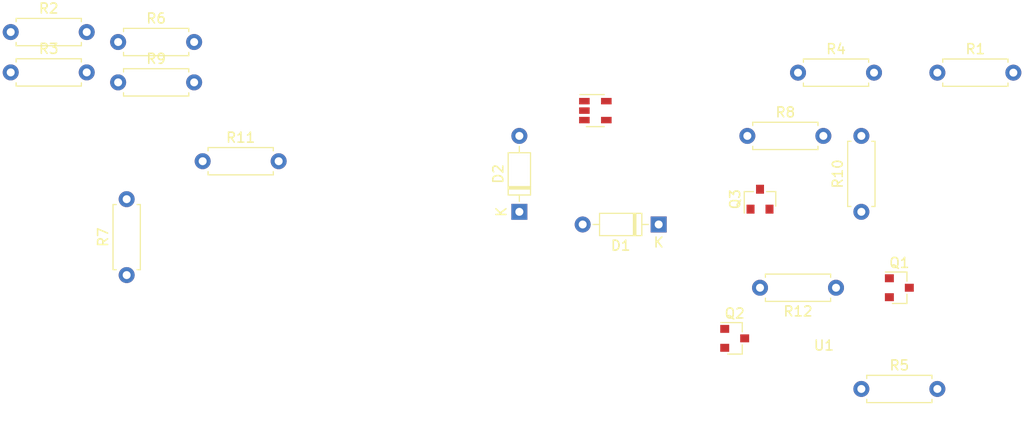
<source format=kicad_pcb>
(kicad_pcb (version 20171130) (host pcbnew "(5.1.0)-1")

  (general
    (thickness 1.6)
    (drawings 0)
    (tracks 0)
    (zones 0)
    (modules 18)
    (nets 16)
  )

  (page A4)
  (layers
    (0 F.Cu signal)
    (31 B.Cu signal)
    (32 B.Adhes user)
    (33 F.Adhes user)
    (34 B.Paste user)
    (35 F.Paste user)
    (36 B.SilkS user)
    (37 F.SilkS user)
    (38 B.Mask user)
    (39 F.Mask user)
    (40 Dwgs.User user)
    (41 Cmts.User user)
    (42 Eco1.User user)
    (43 Eco2.User user)
    (44 Edge.Cuts user)
    (45 Margin user)
    (46 B.CrtYd user)
    (47 F.CrtYd user)
    (48 B.Fab user)
    (49 F.Fab user)
  )

  (setup
    (last_trace_width 0.25)
    (trace_clearance 0.2)
    (zone_clearance 0.508)
    (zone_45_only no)
    (trace_min 0.2)
    (via_size 0.8)
    (via_drill 0.4)
    (via_min_size 0.4)
    (via_min_drill 0.3)
    (uvia_size 0.3)
    (uvia_drill 0.1)
    (uvias_allowed no)
    (uvia_min_size 0.2)
    (uvia_min_drill 0.1)
    (edge_width 0.05)
    (segment_width 0.2)
    (pcb_text_width 0.3)
    (pcb_text_size 1.5 1.5)
    (mod_edge_width 0.12)
    (mod_text_size 1 1)
    (mod_text_width 0.15)
    (pad_size 1.524 1.524)
    (pad_drill 0.762)
    (pad_to_mask_clearance 0.051)
    (solder_mask_min_width 0.25)
    (aux_axis_origin 0 0)
    (visible_elements FFFFFF7F)
    (pcbplotparams
      (layerselection 0x010fc_ffffffff)
      (usegerberextensions false)
      (usegerberattributes false)
      (usegerberadvancedattributes false)
      (creategerberjobfile false)
      (excludeedgelayer true)
      (linewidth 0.100000)
      (plotframeref false)
      (viasonmask false)
      (mode 1)
      (useauxorigin false)
      (hpglpennumber 1)
      (hpglpenspeed 20)
      (hpglpendiameter 15.000000)
      (psnegative false)
      (psa4output false)
      (plotreference true)
      (plotvalue true)
      (plotinvisibletext false)
      (padsonsilk false)
      (subtractmaskfromsilk false)
      (outputformat 1)
      (mirror false)
      (drillshape 1)
      (scaleselection 1)
      (outputdirectory ""))
  )

  (net 0 "")
  (net 1 "Net-(D1-Pad2)")
  (net 2 "Net-(D1-Pad1)")
  (net 3 "Net-(Q1-Pad3)")
  (net 4 GND)
  (net 5 "Net-(Q1-Pad1)")
  (net 6 "Net-(Q2-Pad3)")
  (net 7 +28V)
  (net 8 "Net-(Q2-Pad1)")
  (net 9 "Net-(Q3-Pad3)")
  (net 10 "Net-(Q3-Pad1)")
  (net 11 "Net-(R1-Pad2)")
  (net 12 NorthRxOutput)
  (net 13 "Net-(R2-Pad1)")
  (net 14 "Net-(R6-Pad2)")
  (net 15 +5V)

  (net_class Default "This is the default net class."
    (clearance 0.2)
    (trace_width 0.25)
    (via_dia 0.8)
    (via_drill 0.4)
    (uvia_dia 0.3)
    (uvia_drill 0.1)
    (add_net +28V)
    (add_net +5V)
    (add_net GND)
    (add_net "Net-(D1-Pad1)")
    (add_net "Net-(D1-Pad2)")
    (add_net "Net-(Q1-Pad1)")
    (add_net "Net-(Q1-Pad3)")
    (add_net "Net-(Q2-Pad1)")
    (add_net "Net-(Q2-Pad3)")
    (add_net "Net-(Q3-Pad1)")
    (add_net "Net-(Q3-Pad3)")
    (add_net "Net-(R1-Pad2)")
    (add_net "Net-(R2-Pad1)")
    (add_net "Net-(R6-Pad2)")
    (add_net NorthRxOutput)
  )

  (module Package_TO_SOT_SMD:SOT-23-5 (layer F.Cu) (tedit 5A02FF57) (tstamp 5C903092)
    (at 59.69 16.51)
    (descr "5-pin SOT23 package")
    (tags SOT-23-5)
    (path /5C8F80D4/5C8F8445/5C8F90C7)
    (attr smd)
    (fp_text reference U1 (at 22.914999 23.574999) (layer F.SilkS)
      (effects (font (size 1 1) (thickness 0.15)))
    )
    (fp_text value LM321 (at 0 2.9) (layer F.Fab)
      (effects (font (size 1 1) (thickness 0.15)))
    )
    (fp_line (start 0.9 -1.55) (end 0.9 1.55) (layer F.Fab) (width 0.1))
    (fp_line (start 0.9 1.55) (end -0.9 1.55) (layer F.Fab) (width 0.1))
    (fp_line (start -0.9 -0.9) (end -0.9 1.55) (layer F.Fab) (width 0.1))
    (fp_line (start 0.9 -1.55) (end -0.25 -1.55) (layer F.Fab) (width 0.1))
    (fp_line (start -0.9 -0.9) (end -0.25 -1.55) (layer F.Fab) (width 0.1))
    (fp_line (start -1.9 1.8) (end -1.9 -1.8) (layer F.CrtYd) (width 0.05))
    (fp_line (start 1.9 1.8) (end -1.9 1.8) (layer F.CrtYd) (width 0.05))
    (fp_line (start 1.9 -1.8) (end 1.9 1.8) (layer F.CrtYd) (width 0.05))
    (fp_line (start -1.9 -1.8) (end 1.9 -1.8) (layer F.CrtYd) (width 0.05))
    (fp_line (start 0.9 -1.61) (end -1.55 -1.61) (layer F.SilkS) (width 0.12))
    (fp_line (start -0.9 1.61) (end 0.9 1.61) (layer F.SilkS) (width 0.12))
    (fp_text user %R (at 0 0 90) (layer F.Fab)
      (effects (font (size 0.5 0.5) (thickness 0.075)))
    )
    (pad 5 smd rect (at 1.1 -0.95) (size 1.06 0.65) (layers F.Cu F.Paste F.Mask)
      (net 15 +5V))
    (pad 4 smd rect (at 1.1 0.95) (size 1.06 0.65) (layers F.Cu F.Paste F.Mask)
      (net 13 "Net-(R2-Pad1)"))
    (pad 3 smd rect (at -1.1 0.95) (size 1.06 0.65) (layers F.Cu F.Paste F.Mask)
      (net 2 "Net-(D1-Pad1)"))
    (pad 2 smd rect (at -1.1 0) (size 1.06 0.65) (layers F.Cu F.Paste F.Mask)
      (net 4 GND))
    (pad 1 smd rect (at -1.1 -0.95) (size 1.06 0.65) (layers F.Cu F.Paste F.Mask)
      (net 14 "Net-(R6-Pad2)"))
    (model ${KISYS3DMOD}/Package_TO_SOT_SMD.3dshapes/SOT-23-5.wrl
      (at (xyz 0 0 0))
      (scale (xyz 1 1 1))
      (rotate (xyz 0 0 0))
    )
  )

  (module Resistor_THT:R_Axial_DIN0207_L6.3mm_D2.5mm_P7.62mm_Horizontal (layer F.Cu) (tedit 5AE5139B) (tstamp 5C90307D)
    (at 83.82 34.29 180)
    (descr "Resistor, Axial_DIN0207 series, Axial, Horizontal, pin pitch=7.62mm, 0.25W = 1/4W, length*diameter=6.3*2.5mm^2, http://cdn-reichelt.de/documents/datenblatt/B400/1_4W%23YAG.pdf")
    (tags "Resistor Axial_DIN0207 series Axial Horizontal pin pitch 7.62mm 0.25W = 1/4W length 6.3mm diameter 2.5mm")
    (path /5C8F80D4/5C8F8445/5C912BAF)
    (fp_text reference R12 (at 3.81 -2.37 180) (layer F.SilkS)
      (effects (font (size 1 1) (thickness 0.15)))
    )
    (fp_text value R (at 3.81 2.37 180) (layer F.Fab)
      (effects (font (size 1 1) (thickness 0.15)))
    )
    (fp_text user %R (at 3.81 0 180) (layer F.Fab)
      (effects (font (size 1 1) (thickness 0.15)))
    )
    (fp_line (start 8.67 -1.5) (end -1.05 -1.5) (layer F.CrtYd) (width 0.05))
    (fp_line (start 8.67 1.5) (end 8.67 -1.5) (layer F.CrtYd) (width 0.05))
    (fp_line (start -1.05 1.5) (end 8.67 1.5) (layer F.CrtYd) (width 0.05))
    (fp_line (start -1.05 -1.5) (end -1.05 1.5) (layer F.CrtYd) (width 0.05))
    (fp_line (start 7.08 1.37) (end 7.08 1.04) (layer F.SilkS) (width 0.12))
    (fp_line (start 0.54 1.37) (end 7.08 1.37) (layer F.SilkS) (width 0.12))
    (fp_line (start 0.54 1.04) (end 0.54 1.37) (layer F.SilkS) (width 0.12))
    (fp_line (start 7.08 -1.37) (end 7.08 -1.04) (layer F.SilkS) (width 0.12))
    (fp_line (start 0.54 -1.37) (end 7.08 -1.37) (layer F.SilkS) (width 0.12))
    (fp_line (start 0.54 -1.04) (end 0.54 -1.37) (layer F.SilkS) (width 0.12))
    (fp_line (start 7.62 0) (end 6.96 0) (layer F.Fab) (width 0.1))
    (fp_line (start 0 0) (end 0.66 0) (layer F.Fab) (width 0.1))
    (fp_line (start 6.96 -1.25) (end 0.66 -1.25) (layer F.Fab) (width 0.1))
    (fp_line (start 6.96 1.25) (end 6.96 -1.25) (layer F.Fab) (width 0.1))
    (fp_line (start 0.66 1.25) (end 6.96 1.25) (layer F.Fab) (width 0.1))
    (fp_line (start 0.66 -1.25) (end 0.66 1.25) (layer F.Fab) (width 0.1))
    (pad 2 thru_hole oval (at 7.62 0 180) (size 1.6 1.6) (drill 0.8) (layers *.Cu *.Mask)
      (net 6 "Net-(Q2-Pad3)"))
    (pad 1 thru_hole circle (at 0 0 180) (size 1.6 1.6) (drill 0.8) (layers *.Cu *.Mask)
      (net 4 GND))
    (model ${KISYS3DMOD}/Resistor_THT.3dshapes/R_Axial_DIN0207_L6.3mm_D2.5mm_P7.62mm_Horizontal.wrl
      (at (xyz 0 0 0))
      (scale (xyz 1 1 1))
      (rotate (xyz 0 0 0))
    )
  )

  (module Resistor_THT:R_Axial_DIN0207_L6.3mm_D2.5mm_P7.62mm_Horizontal (layer F.Cu) (tedit 5AE5139B) (tstamp 5C903066)
    (at 20.32 21.59)
    (descr "Resistor, Axial_DIN0207 series, Axial, Horizontal, pin pitch=7.62mm, 0.25W = 1/4W, length*diameter=6.3*2.5mm^2, http://cdn-reichelt.de/documents/datenblatt/B400/1_4W%23YAG.pdf")
    (tags "Resistor Axial_DIN0207 series Axial Horizontal pin pitch 7.62mm 0.25W = 1/4W length 6.3mm diameter 2.5mm")
    (path /5C8F80D4/5C8F8445/5C914922)
    (fp_text reference R11 (at 3.81 -2.37) (layer F.SilkS)
      (effects (font (size 1 1) (thickness 0.15)))
    )
    (fp_text value R (at 3.81 2.37) (layer F.Fab)
      (effects (font (size 1 1) (thickness 0.15)))
    )
    (fp_text user %R (at 3.81 0) (layer F.Fab)
      (effects (font (size 1 1) (thickness 0.15)))
    )
    (fp_line (start 8.67 -1.5) (end -1.05 -1.5) (layer F.CrtYd) (width 0.05))
    (fp_line (start 8.67 1.5) (end 8.67 -1.5) (layer F.CrtYd) (width 0.05))
    (fp_line (start -1.05 1.5) (end 8.67 1.5) (layer F.CrtYd) (width 0.05))
    (fp_line (start -1.05 -1.5) (end -1.05 1.5) (layer F.CrtYd) (width 0.05))
    (fp_line (start 7.08 1.37) (end 7.08 1.04) (layer F.SilkS) (width 0.12))
    (fp_line (start 0.54 1.37) (end 7.08 1.37) (layer F.SilkS) (width 0.12))
    (fp_line (start 0.54 1.04) (end 0.54 1.37) (layer F.SilkS) (width 0.12))
    (fp_line (start 7.08 -1.37) (end 7.08 -1.04) (layer F.SilkS) (width 0.12))
    (fp_line (start 0.54 -1.37) (end 7.08 -1.37) (layer F.SilkS) (width 0.12))
    (fp_line (start 0.54 -1.04) (end 0.54 -1.37) (layer F.SilkS) (width 0.12))
    (fp_line (start 7.62 0) (end 6.96 0) (layer F.Fab) (width 0.1))
    (fp_line (start 0 0) (end 0.66 0) (layer F.Fab) (width 0.1))
    (fp_line (start 6.96 -1.25) (end 0.66 -1.25) (layer F.Fab) (width 0.1))
    (fp_line (start 6.96 1.25) (end 6.96 -1.25) (layer F.Fab) (width 0.1))
    (fp_line (start 0.66 1.25) (end 6.96 1.25) (layer F.Fab) (width 0.1))
    (fp_line (start 0.66 -1.25) (end 0.66 1.25) (layer F.Fab) (width 0.1))
    (pad 2 thru_hole oval (at 7.62 0) (size 1.6 1.6) (drill 0.8) (layers *.Cu *.Mask)
      (net 1 "Net-(D1-Pad2)"))
    (pad 1 thru_hole circle (at 0 0) (size 1.6 1.6) (drill 0.8) (layers *.Cu *.Mask)
      (net 6 "Net-(Q2-Pad3)"))
    (model ${KISYS3DMOD}/Resistor_THT.3dshapes/R_Axial_DIN0207_L6.3mm_D2.5mm_P7.62mm_Horizontal.wrl
      (at (xyz 0 0 0))
      (scale (xyz 1 1 1))
      (rotate (xyz 0 0 0))
    )
  )

  (module Resistor_THT:R_Axial_DIN0207_L6.3mm_D2.5mm_P7.62mm_Horizontal (layer F.Cu) (tedit 5AE5139B) (tstamp 5C90304F)
    (at 86.36 26.67 90)
    (descr "Resistor, Axial_DIN0207 series, Axial, Horizontal, pin pitch=7.62mm, 0.25W = 1/4W, length*diameter=6.3*2.5mm^2, http://cdn-reichelt.de/documents/datenblatt/B400/1_4W%23YAG.pdf")
    (tags "Resistor Axial_DIN0207 series Axial Horizontal pin pitch 7.62mm 0.25W = 1/4W length 6.3mm diameter 2.5mm")
    (path /5C8F80D4/5C8F8445/5C90F143)
    (fp_text reference R10 (at 3.81 -2.37 90) (layer F.SilkS)
      (effects (font (size 1 1) (thickness 0.15)))
    )
    (fp_text value R (at 3.81 2.37 90) (layer F.Fab)
      (effects (font (size 1 1) (thickness 0.15)))
    )
    (fp_text user %R (at 3.81 0 90) (layer F.Fab)
      (effects (font (size 1 1) (thickness 0.15)))
    )
    (fp_line (start 8.67 -1.5) (end -1.05 -1.5) (layer F.CrtYd) (width 0.05))
    (fp_line (start 8.67 1.5) (end 8.67 -1.5) (layer F.CrtYd) (width 0.05))
    (fp_line (start -1.05 1.5) (end 8.67 1.5) (layer F.CrtYd) (width 0.05))
    (fp_line (start -1.05 -1.5) (end -1.05 1.5) (layer F.CrtYd) (width 0.05))
    (fp_line (start 7.08 1.37) (end 7.08 1.04) (layer F.SilkS) (width 0.12))
    (fp_line (start 0.54 1.37) (end 7.08 1.37) (layer F.SilkS) (width 0.12))
    (fp_line (start 0.54 1.04) (end 0.54 1.37) (layer F.SilkS) (width 0.12))
    (fp_line (start 7.08 -1.37) (end 7.08 -1.04) (layer F.SilkS) (width 0.12))
    (fp_line (start 0.54 -1.37) (end 7.08 -1.37) (layer F.SilkS) (width 0.12))
    (fp_line (start 0.54 -1.04) (end 0.54 -1.37) (layer F.SilkS) (width 0.12))
    (fp_line (start 7.62 0) (end 6.96 0) (layer F.Fab) (width 0.1))
    (fp_line (start 0 0) (end 0.66 0) (layer F.Fab) (width 0.1))
    (fp_line (start 6.96 -1.25) (end 0.66 -1.25) (layer F.Fab) (width 0.1))
    (fp_line (start 6.96 1.25) (end 6.96 -1.25) (layer F.Fab) (width 0.1))
    (fp_line (start 0.66 1.25) (end 6.96 1.25) (layer F.Fab) (width 0.1))
    (fp_line (start 0.66 -1.25) (end 0.66 1.25) (layer F.Fab) (width 0.1))
    (pad 2 thru_hole oval (at 7.62 0 90) (size 1.6 1.6) (drill 0.8) (layers *.Cu *.Mask)
      (net 4 GND))
    (pad 1 thru_hole circle (at 0 0 90) (size 1.6 1.6) (drill 0.8) (layers *.Cu *.Mask)
      (net 9 "Net-(Q3-Pad3)"))
    (model ${KISYS3DMOD}/Resistor_THT.3dshapes/R_Axial_DIN0207_L6.3mm_D2.5mm_P7.62mm_Horizontal.wrl
      (at (xyz 0 0 0))
      (scale (xyz 1 1 1))
      (rotate (xyz 0 0 0))
    )
  )

  (module Resistor_THT:R_Axial_DIN0207_L6.3mm_D2.5mm_P7.62mm_Horizontal (layer F.Cu) (tedit 5AE5139B) (tstamp 5C903038)
    (at 11.845001 13.675001)
    (descr "Resistor, Axial_DIN0207 series, Axial, Horizontal, pin pitch=7.62mm, 0.25W = 1/4W, length*diameter=6.3*2.5mm^2, http://cdn-reichelt.de/documents/datenblatt/B400/1_4W%23YAG.pdf")
    (tags "Resistor Axial_DIN0207 series Axial Horizontal pin pitch 7.62mm 0.25W = 1/4W length 6.3mm diameter 2.5mm")
    (path /5C8F80D4/5C8F8445/5C96EBEA)
    (fp_text reference R9 (at 3.81 -2.37) (layer F.SilkS)
      (effects (font (size 1 1) (thickness 0.15)))
    )
    (fp_text value R (at 3.81 2.37) (layer F.Fab)
      (effects (font (size 1 1) (thickness 0.15)))
    )
    (fp_text user %R (at 3.81 0) (layer F.Fab)
      (effects (font (size 1 1) (thickness 0.15)))
    )
    (fp_line (start 8.67 -1.5) (end -1.05 -1.5) (layer F.CrtYd) (width 0.05))
    (fp_line (start 8.67 1.5) (end 8.67 -1.5) (layer F.CrtYd) (width 0.05))
    (fp_line (start -1.05 1.5) (end 8.67 1.5) (layer F.CrtYd) (width 0.05))
    (fp_line (start -1.05 -1.5) (end -1.05 1.5) (layer F.CrtYd) (width 0.05))
    (fp_line (start 7.08 1.37) (end 7.08 1.04) (layer F.SilkS) (width 0.12))
    (fp_line (start 0.54 1.37) (end 7.08 1.37) (layer F.SilkS) (width 0.12))
    (fp_line (start 0.54 1.04) (end 0.54 1.37) (layer F.SilkS) (width 0.12))
    (fp_line (start 7.08 -1.37) (end 7.08 -1.04) (layer F.SilkS) (width 0.12))
    (fp_line (start 0.54 -1.37) (end 7.08 -1.37) (layer F.SilkS) (width 0.12))
    (fp_line (start 0.54 -1.04) (end 0.54 -1.37) (layer F.SilkS) (width 0.12))
    (fp_line (start 7.62 0) (end 6.96 0) (layer F.Fab) (width 0.1))
    (fp_line (start 0 0) (end 0.66 0) (layer F.Fab) (width 0.1))
    (fp_line (start 6.96 -1.25) (end 0.66 -1.25) (layer F.Fab) (width 0.1))
    (fp_line (start 6.96 1.25) (end 6.96 -1.25) (layer F.Fab) (width 0.1))
    (fp_line (start 0.66 1.25) (end 6.96 1.25) (layer F.Fab) (width 0.1))
    (fp_line (start 0.66 -1.25) (end 0.66 1.25) (layer F.Fab) (width 0.1))
    (pad 2 thru_hole oval (at 7.62 0) (size 1.6 1.6) (drill 0.8) (layers *.Cu *.Mask)
      (net 14 "Net-(R6-Pad2)"))
    (pad 1 thru_hole circle (at 0 0) (size 1.6 1.6) (drill 0.8) (layers *.Cu *.Mask)
      (net 4 GND))
    (model ${KISYS3DMOD}/Resistor_THT.3dshapes/R_Axial_DIN0207_L6.3mm_D2.5mm_P7.62mm_Horizontal.wrl
      (at (xyz 0 0 0))
      (scale (xyz 1 1 1))
      (rotate (xyz 0 0 0))
    )
  )

  (module Resistor_THT:R_Axial_DIN0207_L6.3mm_D2.5mm_P7.62mm_Horizontal (layer F.Cu) (tedit 5AE5139B) (tstamp 5C903021)
    (at 74.93 19.05)
    (descr "Resistor, Axial_DIN0207 series, Axial, Horizontal, pin pitch=7.62mm, 0.25W = 1/4W, length*diameter=6.3*2.5mm^2, http://cdn-reichelt.de/documents/datenblatt/B400/1_4W%23YAG.pdf")
    (tags "Resistor Axial_DIN0207 series Axial Horizontal pin pitch 7.62mm 0.25W = 1/4W length 6.3mm diameter 2.5mm")
    (path /5C8F80D4/5C8F8445/5C9120FF)
    (fp_text reference R8 (at 3.81 -2.37) (layer F.SilkS)
      (effects (font (size 1 1) (thickness 0.15)))
    )
    (fp_text value R (at 3.81 2.37) (layer F.Fab)
      (effects (font (size 1 1) (thickness 0.15)))
    )
    (fp_text user %R (at 3.81 0) (layer F.Fab)
      (effects (font (size 1 1) (thickness 0.15)))
    )
    (fp_line (start 8.67 -1.5) (end -1.05 -1.5) (layer F.CrtYd) (width 0.05))
    (fp_line (start 8.67 1.5) (end 8.67 -1.5) (layer F.CrtYd) (width 0.05))
    (fp_line (start -1.05 1.5) (end 8.67 1.5) (layer F.CrtYd) (width 0.05))
    (fp_line (start -1.05 -1.5) (end -1.05 1.5) (layer F.CrtYd) (width 0.05))
    (fp_line (start 7.08 1.37) (end 7.08 1.04) (layer F.SilkS) (width 0.12))
    (fp_line (start 0.54 1.37) (end 7.08 1.37) (layer F.SilkS) (width 0.12))
    (fp_line (start 0.54 1.04) (end 0.54 1.37) (layer F.SilkS) (width 0.12))
    (fp_line (start 7.08 -1.37) (end 7.08 -1.04) (layer F.SilkS) (width 0.12))
    (fp_line (start 0.54 -1.37) (end 7.08 -1.37) (layer F.SilkS) (width 0.12))
    (fp_line (start 0.54 -1.04) (end 0.54 -1.37) (layer F.SilkS) (width 0.12))
    (fp_line (start 7.62 0) (end 6.96 0) (layer F.Fab) (width 0.1))
    (fp_line (start 0 0) (end 0.66 0) (layer F.Fab) (width 0.1))
    (fp_line (start 6.96 -1.25) (end 0.66 -1.25) (layer F.Fab) (width 0.1))
    (fp_line (start 6.96 1.25) (end 6.96 -1.25) (layer F.Fab) (width 0.1))
    (fp_line (start 0.66 1.25) (end 6.96 1.25) (layer F.Fab) (width 0.1))
    (fp_line (start 0.66 -1.25) (end 0.66 1.25) (layer F.Fab) (width 0.1))
    (pad 2 thru_hole oval (at 7.62 0) (size 1.6 1.6) (drill 0.8) (layers *.Cu *.Mask)
      (net 4 GND))
    (pad 1 thru_hole circle (at 0 0) (size 1.6 1.6) (drill 0.8) (layers *.Cu *.Mask)
      (net 10 "Net-(Q3-Pad1)"))
    (model ${KISYS3DMOD}/Resistor_THT.3dshapes/R_Axial_DIN0207_L6.3mm_D2.5mm_P7.62mm_Horizontal.wrl
      (at (xyz 0 0 0))
      (scale (xyz 1 1 1))
      (rotate (xyz 0 0 0))
    )
  )

  (module Resistor_THT:R_Axial_DIN0207_L6.3mm_D2.5mm_P7.62mm_Horizontal (layer F.Cu) (tedit 5AE5139B) (tstamp 5C90300A)
    (at 12.7 33.02 90)
    (descr "Resistor, Axial_DIN0207 series, Axial, Horizontal, pin pitch=7.62mm, 0.25W = 1/4W, length*diameter=6.3*2.5mm^2, http://cdn-reichelt.de/documents/datenblatt/B400/1_4W%23YAG.pdf")
    (tags "Resistor Axial_DIN0207 series Axial Horizontal pin pitch 7.62mm 0.25W = 1/4W length 6.3mm diameter 2.5mm")
    (path /5C8F80D4/5C8F8445/5C9100FA)
    (fp_text reference R7 (at 3.81 -2.37 90) (layer F.SilkS)
      (effects (font (size 1 1) (thickness 0.15)))
    )
    (fp_text value R (at 3.81 2.37 90) (layer F.Fab)
      (effects (font (size 1 1) (thickness 0.15)))
    )
    (fp_text user %R (at 3.81 0 90) (layer F.Fab)
      (effects (font (size 1 1) (thickness 0.15)))
    )
    (fp_line (start 8.67 -1.5) (end -1.05 -1.5) (layer F.CrtYd) (width 0.05))
    (fp_line (start 8.67 1.5) (end 8.67 -1.5) (layer F.CrtYd) (width 0.05))
    (fp_line (start -1.05 1.5) (end 8.67 1.5) (layer F.CrtYd) (width 0.05))
    (fp_line (start -1.05 -1.5) (end -1.05 1.5) (layer F.CrtYd) (width 0.05))
    (fp_line (start 7.08 1.37) (end 7.08 1.04) (layer F.SilkS) (width 0.12))
    (fp_line (start 0.54 1.37) (end 7.08 1.37) (layer F.SilkS) (width 0.12))
    (fp_line (start 0.54 1.04) (end 0.54 1.37) (layer F.SilkS) (width 0.12))
    (fp_line (start 7.08 -1.37) (end 7.08 -1.04) (layer F.SilkS) (width 0.12))
    (fp_line (start 0.54 -1.37) (end 7.08 -1.37) (layer F.SilkS) (width 0.12))
    (fp_line (start 0.54 -1.04) (end 0.54 -1.37) (layer F.SilkS) (width 0.12))
    (fp_line (start 7.62 0) (end 6.96 0) (layer F.Fab) (width 0.1))
    (fp_line (start 0 0) (end 0.66 0) (layer F.Fab) (width 0.1))
    (fp_line (start 6.96 -1.25) (end 0.66 -1.25) (layer F.Fab) (width 0.1))
    (fp_line (start 6.96 1.25) (end 6.96 -1.25) (layer F.Fab) (width 0.1))
    (fp_line (start 0.66 1.25) (end 6.96 1.25) (layer F.Fab) (width 0.1))
    (fp_line (start 0.66 -1.25) (end 0.66 1.25) (layer F.Fab) (width 0.1))
    (pad 2 thru_hole oval (at 7.62 0 90) (size 1.6 1.6) (drill 0.8) (layers *.Cu *.Mask)
      (net 10 "Net-(Q3-Pad1)"))
    (pad 1 thru_hole circle (at 0 0 90) (size 1.6 1.6) (drill 0.8) (layers *.Cu *.Mask)
      (net 6 "Net-(Q2-Pad3)"))
    (model ${KISYS3DMOD}/Resistor_THT.3dshapes/R_Axial_DIN0207_L6.3mm_D2.5mm_P7.62mm_Horizontal.wrl
      (at (xyz 0 0 0))
      (scale (xyz 1 1 1))
      (rotate (xyz 0 0 0))
    )
  )

  (module Resistor_THT:R_Axial_DIN0207_L6.3mm_D2.5mm_P7.62mm_Horizontal (layer F.Cu) (tedit 5AE5139B) (tstamp 5C902FF3)
    (at 11.845001 9.625001)
    (descr "Resistor, Axial_DIN0207 series, Axial, Horizontal, pin pitch=7.62mm, 0.25W = 1/4W, length*diameter=6.3*2.5mm^2, http://cdn-reichelt.de/documents/datenblatt/B400/1_4W%23YAG.pdf")
    (tags "Resistor Axial_DIN0207 series Axial Horizontal pin pitch 7.62mm 0.25W = 1/4W length 6.3mm diameter 2.5mm")
    (path /5C8F80D4/5C8F8445/5C919740)
    (fp_text reference R6 (at 3.81 -2.37) (layer F.SilkS)
      (effects (font (size 1 1) (thickness 0.15)))
    )
    (fp_text value R (at 3.81 2.37) (layer F.Fab)
      (effects (font (size 1 1) (thickness 0.15)))
    )
    (fp_text user %R (at 3.81 0) (layer F.Fab)
      (effects (font (size 1 1) (thickness 0.15)))
    )
    (fp_line (start 8.67 -1.5) (end -1.05 -1.5) (layer F.CrtYd) (width 0.05))
    (fp_line (start 8.67 1.5) (end 8.67 -1.5) (layer F.CrtYd) (width 0.05))
    (fp_line (start -1.05 1.5) (end 8.67 1.5) (layer F.CrtYd) (width 0.05))
    (fp_line (start -1.05 -1.5) (end -1.05 1.5) (layer F.CrtYd) (width 0.05))
    (fp_line (start 7.08 1.37) (end 7.08 1.04) (layer F.SilkS) (width 0.12))
    (fp_line (start 0.54 1.37) (end 7.08 1.37) (layer F.SilkS) (width 0.12))
    (fp_line (start 0.54 1.04) (end 0.54 1.37) (layer F.SilkS) (width 0.12))
    (fp_line (start 7.08 -1.37) (end 7.08 -1.04) (layer F.SilkS) (width 0.12))
    (fp_line (start 0.54 -1.37) (end 7.08 -1.37) (layer F.SilkS) (width 0.12))
    (fp_line (start 0.54 -1.04) (end 0.54 -1.37) (layer F.SilkS) (width 0.12))
    (fp_line (start 7.62 0) (end 6.96 0) (layer F.Fab) (width 0.1))
    (fp_line (start 0 0) (end 0.66 0) (layer F.Fab) (width 0.1))
    (fp_line (start 6.96 -1.25) (end 0.66 -1.25) (layer F.Fab) (width 0.1))
    (fp_line (start 6.96 1.25) (end 6.96 -1.25) (layer F.Fab) (width 0.1))
    (fp_line (start 0.66 1.25) (end 6.96 1.25) (layer F.Fab) (width 0.1))
    (fp_line (start 0.66 -1.25) (end 0.66 1.25) (layer F.Fab) (width 0.1))
    (pad 2 thru_hole oval (at 7.62 0) (size 1.6 1.6) (drill 0.8) (layers *.Cu *.Mask)
      (net 14 "Net-(R6-Pad2)"))
    (pad 1 thru_hole circle (at 0 0) (size 1.6 1.6) (drill 0.8) (layers *.Cu *.Mask)
      (net 15 +5V))
    (model ${KISYS3DMOD}/Resistor_THT.3dshapes/R_Axial_DIN0207_L6.3mm_D2.5mm_P7.62mm_Horizontal.wrl
      (at (xyz 0 0 0))
      (scale (xyz 1 1 1))
      (rotate (xyz 0 0 0))
    )
  )

  (module Resistor_THT:R_Axial_DIN0207_L6.3mm_D2.5mm_P7.62mm_Horizontal (layer F.Cu) (tedit 5AE5139B) (tstamp 5C902FDC)
    (at 86.36 44.45)
    (descr "Resistor, Axial_DIN0207 series, Axial, Horizontal, pin pitch=7.62mm, 0.25W = 1/4W, length*diameter=6.3*2.5mm^2, http://cdn-reichelt.de/documents/datenblatt/B400/1_4W%23YAG.pdf")
    (tags "Resistor Axial_DIN0207 series Axial Horizontal pin pitch 7.62mm 0.25W = 1/4W length 6.3mm diameter 2.5mm")
    (path /5C8F80D4/5C8F8445/5C913744)
    (fp_text reference R5 (at 3.81 -2.37) (layer F.SilkS)
      (effects (font (size 1 1) (thickness 0.15)))
    )
    (fp_text value R (at 3.81 2.37) (layer F.Fab)
      (effects (font (size 1 1) (thickness 0.15)))
    )
    (fp_text user %R (at 3.81 0) (layer F.Fab)
      (effects (font (size 1 1) (thickness 0.15)))
    )
    (fp_line (start 8.67 -1.5) (end -1.05 -1.5) (layer F.CrtYd) (width 0.05))
    (fp_line (start 8.67 1.5) (end 8.67 -1.5) (layer F.CrtYd) (width 0.05))
    (fp_line (start -1.05 1.5) (end 8.67 1.5) (layer F.CrtYd) (width 0.05))
    (fp_line (start -1.05 -1.5) (end -1.05 1.5) (layer F.CrtYd) (width 0.05))
    (fp_line (start 7.08 1.37) (end 7.08 1.04) (layer F.SilkS) (width 0.12))
    (fp_line (start 0.54 1.37) (end 7.08 1.37) (layer F.SilkS) (width 0.12))
    (fp_line (start 0.54 1.04) (end 0.54 1.37) (layer F.SilkS) (width 0.12))
    (fp_line (start 7.08 -1.37) (end 7.08 -1.04) (layer F.SilkS) (width 0.12))
    (fp_line (start 0.54 -1.37) (end 7.08 -1.37) (layer F.SilkS) (width 0.12))
    (fp_line (start 0.54 -1.04) (end 0.54 -1.37) (layer F.SilkS) (width 0.12))
    (fp_line (start 7.62 0) (end 6.96 0) (layer F.Fab) (width 0.1))
    (fp_line (start 0 0) (end 0.66 0) (layer F.Fab) (width 0.1))
    (fp_line (start 6.96 -1.25) (end 0.66 -1.25) (layer F.Fab) (width 0.1))
    (fp_line (start 6.96 1.25) (end 6.96 -1.25) (layer F.Fab) (width 0.1))
    (fp_line (start 0.66 1.25) (end 6.96 1.25) (layer F.Fab) (width 0.1))
    (fp_line (start 0.66 -1.25) (end 0.66 1.25) (layer F.Fab) (width 0.1))
    (pad 2 thru_hole oval (at 7.62 0) (size 1.6 1.6) (drill 0.8) (layers *.Cu *.Mask)
      (net 3 "Net-(Q1-Pad3)"))
    (pad 1 thru_hole circle (at 0 0) (size 1.6 1.6) (drill 0.8) (layers *.Cu *.Mask)
      (net 8 "Net-(Q2-Pad1)"))
    (model ${KISYS3DMOD}/Resistor_THT.3dshapes/R_Axial_DIN0207_L6.3mm_D2.5mm_P7.62mm_Horizontal.wrl
      (at (xyz 0 0 0))
      (scale (xyz 1 1 1))
      (rotate (xyz 0 0 0))
    )
  )

  (module Resistor_THT:R_Axial_DIN0207_L6.3mm_D2.5mm_P7.62mm_Horizontal (layer F.Cu) (tedit 5AE5139B) (tstamp 5C902FC5)
    (at 80.01 12.7)
    (descr "Resistor, Axial_DIN0207 series, Axial, Horizontal, pin pitch=7.62mm, 0.25W = 1/4W, length*diameter=6.3*2.5mm^2, http://cdn-reichelt.de/documents/datenblatt/B400/1_4W%23YAG.pdf")
    (tags "Resistor Axial_DIN0207 series Axial Horizontal pin pitch 7.62mm 0.25W = 1/4W length 6.3mm diameter 2.5mm")
    (path /5C8F80D4/5C8F8445/5C90E169)
    (fp_text reference R4 (at 3.81 -2.37) (layer F.SilkS)
      (effects (font (size 1 1) (thickness 0.15)))
    )
    (fp_text value R (at 3.81 2.37) (layer F.Fab)
      (effects (font (size 1 1) (thickness 0.15)))
    )
    (fp_text user %R (at 3.81 0) (layer F.Fab)
      (effects (font (size 1 1) (thickness 0.15)))
    )
    (fp_line (start 8.67 -1.5) (end -1.05 -1.5) (layer F.CrtYd) (width 0.05))
    (fp_line (start 8.67 1.5) (end 8.67 -1.5) (layer F.CrtYd) (width 0.05))
    (fp_line (start -1.05 1.5) (end 8.67 1.5) (layer F.CrtYd) (width 0.05))
    (fp_line (start -1.05 -1.5) (end -1.05 1.5) (layer F.CrtYd) (width 0.05))
    (fp_line (start 7.08 1.37) (end 7.08 1.04) (layer F.SilkS) (width 0.12))
    (fp_line (start 0.54 1.37) (end 7.08 1.37) (layer F.SilkS) (width 0.12))
    (fp_line (start 0.54 1.04) (end 0.54 1.37) (layer F.SilkS) (width 0.12))
    (fp_line (start 7.08 -1.37) (end 7.08 -1.04) (layer F.SilkS) (width 0.12))
    (fp_line (start 0.54 -1.37) (end 7.08 -1.37) (layer F.SilkS) (width 0.12))
    (fp_line (start 0.54 -1.04) (end 0.54 -1.37) (layer F.SilkS) (width 0.12))
    (fp_line (start 7.62 0) (end 6.96 0) (layer F.Fab) (width 0.1))
    (fp_line (start 0 0) (end 0.66 0) (layer F.Fab) (width 0.1))
    (fp_line (start 6.96 -1.25) (end 0.66 -1.25) (layer F.Fab) (width 0.1))
    (fp_line (start 6.96 1.25) (end 6.96 -1.25) (layer F.Fab) (width 0.1))
    (fp_line (start 0.66 1.25) (end 6.96 1.25) (layer F.Fab) (width 0.1))
    (fp_line (start 0.66 -1.25) (end 0.66 1.25) (layer F.Fab) (width 0.1))
    (pad 2 thru_hole oval (at 7.62 0) (size 1.6 1.6) (drill 0.8) (layers *.Cu *.Mask)
      (net 5 "Net-(Q1-Pad1)"))
    (pad 1 thru_hole circle (at 0 0) (size 1.6 1.6) (drill 0.8) (layers *.Cu *.Mask)
      (net 4 GND))
    (model ${KISYS3DMOD}/Resistor_THT.3dshapes/R_Axial_DIN0207_L6.3mm_D2.5mm_P7.62mm_Horizontal.wrl
      (at (xyz 0 0 0))
      (scale (xyz 1 1 1))
      (rotate (xyz 0 0 0))
    )
  )

  (module Resistor_THT:R_Axial_DIN0207_L6.3mm_D2.5mm_P7.62mm_Horizontal (layer F.Cu) (tedit 5AE5139B) (tstamp 5C902FAE)
    (at 1.075001 12.675001)
    (descr "Resistor, Axial_DIN0207 series, Axial, Horizontal, pin pitch=7.62mm, 0.25W = 1/4W, length*diameter=6.3*2.5mm^2, http://cdn-reichelt.de/documents/datenblatt/B400/1_4W%23YAG.pdf")
    (tags "Resistor Axial_DIN0207 series Axial Horizontal pin pitch 7.62mm 0.25W = 1/4W length 6.3mm diameter 2.5mm")
    (path /5C8F80D4/5C8F8445/5C91429E)
    (fp_text reference R3 (at 3.81 -2.37) (layer F.SilkS)
      (effects (font (size 1 1) (thickness 0.15)))
    )
    (fp_text value R (at 3.81 2.37) (layer F.Fab)
      (effects (font (size 1 1) (thickness 0.15)))
    )
    (fp_text user %R (at 3.81 0) (layer F.Fab)
      (effects (font (size 1 1) (thickness 0.15)))
    )
    (fp_line (start 8.67 -1.5) (end -1.05 -1.5) (layer F.CrtYd) (width 0.05))
    (fp_line (start 8.67 1.5) (end 8.67 -1.5) (layer F.CrtYd) (width 0.05))
    (fp_line (start -1.05 1.5) (end 8.67 1.5) (layer F.CrtYd) (width 0.05))
    (fp_line (start -1.05 -1.5) (end -1.05 1.5) (layer F.CrtYd) (width 0.05))
    (fp_line (start 7.08 1.37) (end 7.08 1.04) (layer F.SilkS) (width 0.12))
    (fp_line (start 0.54 1.37) (end 7.08 1.37) (layer F.SilkS) (width 0.12))
    (fp_line (start 0.54 1.04) (end 0.54 1.37) (layer F.SilkS) (width 0.12))
    (fp_line (start 7.08 -1.37) (end 7.08 -1.04) (layer F.SilkS) (width 0.12))
    (fp_line (start 0.54 -1.37) (end 7.08 -1.37) (layer F.SilkS) (width 0.12))
    (fp_line (start 0.54 -1.04) (end 0.54 -1.37) (layer F.SilkS) (width 0.12))
    (fp_line (start 7.62 0) (end 6.96 0) (layer F.Fab) (width 0.1))
    (fp_line (start 0 0) (end 0.66 0) (layer F.Fab) (width 0.1))
    (fp_line (start 6.96 -1.25) (end 0.66 -1.25) (layer F.Fab) (width 0.1))
    (fp_line (start 6.96 1.25) (end 6.96 -1.25) (layer F.Fab) (width 0.1))
    (fp_line (start 0.66 1.25) (end 6.96 1.25) (layer F.Fab) (width 0.1))
    (fp_line (start 0.66 -1.25) (end 0.66 1.25) (layer F.Fab) (width 0.1))
    (pad 2 thru_hole oval (at 7.62 0) (size 1.6 1.6) (drill 0.8) (layers *.Cu *.Mask)
      (net 8 "Net-(Q2-Pad1)"))
    (pad 1 thru_hole circle (at 0 0) (size 1.6 1.6) (drill 0.8) (layers *.Cu *.Mask)
      (net 7 +28V))
    (model ${KISYS3DMOD}/Resistor_THT.3dshapes/R_Axial_DIN0207_L6.3mm_D2.5mm_P7.62mm_Horizontal.wrl
      (at (xyz 0 0 0))
      (scale (xyz 1 1 1))
      (rotate (xyz 0 0 0))
    )
  )

  (module Resistor_THT:R_Axial_DIN0207_L6.3mm_D2.5mm_P7.62mm_Horizontal (layer F.Cu) (tedit 5AE5139B) (tstamp 5C902F97)
    (at 1.075001 8.625001)
    (descr "Resistor, Axial_DIN0207 series, Axial, Horizontal, pin pitch=7.62mm, 0.25W = 1/4W, length*diameter=6.3*2.5mm^2, http://cdn-reichelt.de/documents/datenblatt/B400/1_4W%23YAG.pdf")
    (tags "Resistor Axial_DIN0207 series Axial Horizontal pin pitch 7.62mm 0.25W = 1/4W length 6.3mm diameter 2.5mm")
    (path /5C8F80D4/5C8F8445/5C902560)
    (fp_text reference R2 (at 3.81 -2.37) (layer F.SilkS)
      (effects (font (size 1 1) (thickness 0.15)))
    )
    (fp_text value R (at 3.81 2.37) (layer F.Fab)
      (effects (font (size 1 1) (thickness 0.15)))
    )
    (fp_text user %R (at 3.81 0) (layer F.Fab)
      (effects (font (size 1 1) (thickness 0.15)))
    )
    (fp_line (start 8.67 -1.5) (end -1.05 -1.5) (layer F.CrtYd) (width 0.05))
    (fp_line (start 8.67 1.5) (end 8.67 -1.5) (layer F.CrtYd) (width 0.05))
    (fp_line (start -1.05 1.5) (end 8.67 1.5) (layer F.CrtYd) (width 0.05))
    (fp_line (start -1.05 -1.5) (end -1.05 1.5) (layer F.CrtYd) (width 0.05))
    (fp_line (start 7.08 1.37) (end 7.08 1.04) (layer F.SilkS) (width 0.12))
    (fp_line (start 0.54 1.37) (end 7.08 1.37) (layer F.SilkS) (width 0.12))
    (fp_line (start 0.54 1.04) (end 0.54 1.37) (layer F.SilkS) (width 0.12))
    (fp_line (start 7.08 -1.37) (end 7.08 -1.04) (layer F.SilkS) (width 0.12))
    (fp_line (start 0.54 -1.37) (end 7.08 -1.37) (layer F.SilkS) (width 0.12))
    (fp_line (start 0.54 -1.04) (end 0.54 -1.37) (layer F.SilkS) (width 0.12))
    (fp_line (start 7.62 0) (end 6.96 0) (layer F.Fab) (width 0.1))
    (fp_line (start 0 0) (end 0.66 0) (layer F.Fab) (width 0.1))
    (fp_line (start 6.96 -1.25) (end 0.66 -1.25) (layer F.Fab) (width 0.1))
    (fp_line (start 6.96 1.25) (end 6.96 -1.25) (layer F.Fab) (width 0.1))
    (fp_line (start 0.66 1.25) (end 6.96 1.25) (layer F.Fab) (width 0.1))
    (fp_line (start 0.66 -1.25) (end 0.66 1.25) (layer F.Fab) (width 0.1))
    (pad 2 thru_hole oval (at 7.62 0) (size 1.6 1.6) (drill 0.8) (layers *.Cu *.Mask)
      (net 12 NorthRxOutput))
    (pad 1 thru_hole circle (at 0 0) (size 1.6 1.6) (drill 0.8) (layers *.Cu *.Mask)
      (net 13 "Net-(R2-Pad1)"))
    (model ${KISYS3DMOD}/Resistor_THT.3dshapes/R_Axial_DIN0207_L6.3mm_D2.5mm_P7.62mm_Horizontal.wrl
      (at (xyz 0 0 0))
      (scale (xyz 1 1 1))
      (rotate (xyz 0 0 0))
    )
  )

  (module Resistor_THT:R_Axial_DIN0207_L6.3mm_D2.5mm_P7.62mm_Horizontal (layer F.Cu) (tedit 5AE5139B) (tstamp 5C902F80)
    (at 93.98 12.7)
    (descr "Resistor, Axial_DIN0207 series, Axial, Horizontal, pin pitch=7.62mm, 0.25W = 1/4W, length*diameter=6.3*2.5mm^2, http://cdn-reichelt.de/documents/datenblatt/B400/1_4W%23YAG.pdf")
    (tags "Resistor Axial_DIN0207 series Axial Horizontal pin pitch 7.62mm 0.25W = 1/4W length 6.3mm diameter 2.5mm")
    (path /5C8F80D4/5C8F8445/5C90C2DD)
    (fp_text reference R1 (at 3.81 -2.37) (layer F.SilkS)
      (effects (font (size 1 1) (thickness 0.15)))
    )
    (fp_text value R (at 3.81 2.37) (layer F.Fab)
      (effects (font (size 1 1) (thickness 0.15)))
    )
    (fp_text user %R (at 3.81 0) (layer F.Fab)
      (effects (font (size 1 1) (thickness 0.15)))
    )
    (fp_line (start 8.67 -1.5) (end -1.05 -1.5) (layer F.CrtYd) (width 0.05))
    (fp_line (start 8.67 1.5) (end 8.67 -1.5) (layer F.CrtYd) (width 0.05))
    (fp_line (start -1.05 1.5) (end 8.67 1.5) (layer F.CrtYd) (width 0.05))
    (fp_line (start -1.05 -1.5) (end -1.05 1.5) (layer F.CrtYd) (width 0.05))
    (fp_line (start 7.08 1.37) (end 7.08 1.04) (layer F.SilkS) (width 0.12))
    (fp_line (start 0.54 1.37) (end 7.08 1.37) (layer F.SilkS) (width 0.12))
    (fp_line (start 0.54 1.04) (end 0.54 1.37) (layer F.SilkS) (width 0.12))
    (fp_line (start 7.08 -1.37) (end 7.08 -1.04) (layer F.SilkS) (width 0.12))
    (fp_line (start 0.54 -1.37) (end 7.08 -1.37) (layer F.SilkS) (width 0.12))
    (fp_line (start 0.54 -1.04) (end 0.54 -1.37) (layer F.SilkS) (width 0.12))
    (fp_line (start 7.62 0) (end 6.96 0) (layer F.Fab) (width 0.1))
    (fp_line (start 0 0) (end 0.66 0) (layer F.Fab) (width 0.1))
    (fp_line (start 6.96 -1.25) (end 0.66 -1.25) (layer F.Fab) (width 0.1))
    (fp_line (start 6.96 1.25) (end 6.96 -1.25) (layer F.Fab) (width 0.1))
    (fp_line (start 0.66 1.25) (end 6.96 1.25) (layer F.Fab) (width 0.1))
    (fp_line (start 0.66 -1.25) (end 0.66 1.25) (layer F.Fab) (width 0.1))
    (pad 2 thru_hole oval (at 7.62 0) (size 1.6 1.6) (drill 0.8) (layers *.Cu *.Mask)
      (net 11 "Net-(R1-Pad2)"))
    (pad 1 thru_hole circle (at 0 0) (size 1.6 1.6) (drill 0.8) (layers *.Cu *.Mask)
      (net 5 "Net-(Q1-Pad1)"))
    (model ${KISYS3DMOD}/Resistor_THT.3dshapes/R_Axial_DIN0207_L6.3mm_D2.5mm_P7.62mm_Horizontal.wrl
      (at (xyz 0 0 0))
      (scale (xyz 1 1 1))
      (rotate (xyz 0 0 0))
    )
  )

  (module Package_TO_SOT_SMD:SOT-23 (layer F.Cu) (tedit 5A02FF57) (tstamp 5C902F69)
    (at 76.2 25.4 90)
    (descr "SOT-23, Standard")
    (tags SOT-23)
    (path /5C8F80D4/5C8F8445/5C900ECB)
    (attr smd)
    (fp_text reference Q3 (at 0 -2.5 90) (layer F.SilkS)
      (effects (font (size 1 1) (thickness 0.15)))
    )
    (fp_text value AO3401 (at 0 2.5 90) (layer F.Fab)
      (effects (font (size 1 1) (thickness 0.15)))
    )
    (fp_line (start 0.76 1.58) (end -0.7 1.58) (layer F.SilkS) (width 0.12))
    (fp_line (start 0.76 -1.58) (end -1.4 -1.58) (layer F.SilkS) (width 0.12))
    (fp_line (start -1.7 1.75) (end -1.7 -1.75) (layer F.CrtYd) (width 0.05))
    (fp_line (start 1.7 1.75) (end -1.7 1.75) (layer F.CrtYd) (width 0.05))
    (fp_line (start 1.7 -1.75) (end 1.7 1.75) (layer F.CrtYd) (width 0.05))
    (fp_line (start -1.7 -1.75) (end 1.7 -1.75) (layer F.CrtYd) (width 0.05))
    (fp_line (start 0.76 -1.58) (end 0.76 -0.65) (layer F.SilkS) (width 0.12))
    (fp_line (start 0.76 1.58) (end 0.76 0.65) (layer F.SilkS) (width 0.12))
    (fp_line (start -0.7 1.52) (end 0.7 1.52) (layer F.Fab) (width 0.1))
    (fp_line (start 0.7 -1.52) (end 0.7 1.52) (layer F.Fab) (width 0.1))
    (fp_line (start -0.7 -0.95) (end -0.15 -1.52) (layer F.Fab) (width 0.1))
    (fp_line (start -0.15 -1.52) (end 0.7 -1.52) (layer F.Fab) (width 0.1))
    (fp_line (start -0.7 -0.95) (end -0.7 1.5) (layer F.Fab) (width 0.1))
    (fp_text user %R (at 0 0 180) (layer F.Fab)
      (effects (font (size 0.5 0.5) (thickness 0.075)))
    )
    (pad 3 smd rect (at 1 0 90) (size 0.9 0.8) (layers F.Cu F.Paste F.Mask)
      (net 9 "Net-(Q3-Pad3)"))
    (pad 2 smd rect (at -1 0.95 90) (size 0.9 0.8) (layers F.Cu F.Paste F.Mask)
      (net 6 "Net-(Q2-Pad3)"))
    (pad 1 smd rect (at -1 -0.95 90) (size 0.9 0.8) (layers F.Cu F.Paste F.Mask)
      (net 10 "Net-(Q3-Pad1)"))
    (model ${KISYS3DMOD}/Package_TO_SOT_SMD.3dshapes/SOT-23.wrl
      (at (xyz 0 0 0))
      (scale (xyz 1 1 1))
      (rotate (xyz 0 0 0))
    )
  )

  (module Package_TO_SOT_SMD:SOT-23 (layer F.Cu) (tedit 5A02FF57) (tstamp 5C902F54)
    (at 73.66 39.37)
    (descr "SOT-23, Standard")
    (tags SOT-23)
    (path /5C8F80D4/5C8F8445/5C8F913C)
    (attr smd)
    (fp_text reference Q2 (at 0 -2.5) (layer F.SilkS)
      (effects (font (size 1 1) (thickness 0.15)))
    )
    (fp_text value AO3401 (at 0 2.5) (layer F.Fab)
      (effects (font (size 1 1) (thickness 0.15)))
    )
    (fp_line (start 0.76 1.58) (end -0.7 1.58) (layer F.SilkS) (width 0.12))
    (fp_line (start 0.76 -1.58) (end -1.4 -1.58) (layer F.SilkS) (width 0.12))
    (fp_line (start -1.7 1.75) (end -1.7 -1.75) (layer F.CrtYd) (width 0.05))
    (fp_line (start 1.7 1.75) (end -1.7 1.75) (layer F.CrtYd) (width 0.05))
    (fp_line (start 1.7 -1.75) (end 1.7 1.75) (layer F.CrtYd) (width 0.05))
    (fp_line (start -1.7 -1.75) (end 1.7 -1.75) (layer F.CrtYd) (width 0.05))
    (fp_line (start 0.76 -1.58) (end 0.76 -0.65) (layer F.SilkS) (width 0.12))
    (fp_line (start 0.76 1.58) (end 0.76 0.65) (layer F.SilkS) (width 0.12))
    (fp_line (start -0.7 1.52) (end 0.7 1.52) (layer F.Fab) (width 0.1))
    (fp_line (start 0.7 -1.52) (end 0.7 1.52) (layer F.Fab) (width 0.1))
    (fp_line (start -0.7 -0.95) (end -0.15 -1.52) (layer F.Fab) (width 0.1))
    (fp_line (start -0.15 -1.52) (end 0.7 -1.52) (layer F.Fab) (width 0.1))
    (fp_line (start -0.7 -0.95) (end -0.7 1.5) (layer F.Fab) (width 0.1))
    (fp_text user %R (at 0 0 90) (layer F.Fab)
      (effects (font (size 0.5 0.5) (thickness 0.075)))
    )
    (pad 3 smd rect (at 1 0) (size 0.9 0.8) (layers F.Cu F.Paste F.Mask)
      (net 6 "Net-(Q2-Pad3)"))
    (pad 2 smd rect (at -1 0.95) (size 0.9 0.8) (layers F.Cu F.Paste F.Mask)
      (net 7 +28V))
    (pad 1 smd rect (at -1 -0.95) (size 0.9 0.8) (layers F.Cu F.Paste F.Mask)
      (net 8 "Net-(Q2-Pad1)"))
    (model ${KISYS3DMOD}/Package_TO_SOT_SMD.3dshapes/SOT-23.wrl
      (at (xyz 0 0 0))
      (scale (xyz 1 1 1))
      (rotate (xyz 0 0 0))
    )
  )

  (module Package_TO_SOT_SMD:SOT-23 (layer F.Cu) (tedit 5A02FF57) (tstamp 5C902F3F)
    (at 90.17 34.29)
    (descr "SOT-23, Standard")
    (tags SOT-23)
    (path /5C8F80D4/5C8F8445/5C904FFF)
    (attr smd)
    (fp_text reference Q1 (at 0 -2.5) (layer F.SilkS)
      (effects (font (size 1 1) (thickness 0.15)))
    )
    (fp_text value BSS138 (at 0 2.5) (layer F.Fab)
      (effects (font (size 1 1) (thickness 0.15)))
    )
    (fp_line (start 0.76 1.58) (end -0.7 1.58) (layer F.SilkS) (width 0.12))
    (fp_line (start 0.76 -1.58) (end -1.4 -1.58) (layer F.SilkS) (width 0.12))
    (fp_line (start -1.7 1.75) (end -1.7 -1.75) (layer F.CrtYd) (width 0.05))
    (fp_line (start 1.7 1.75) (end -1.7 1.75) (layer F.CrtYd) (width 0.05))
    (fp_line (start 1.7 -1.75) (end 1.7 1.75) (layer F.CrtYd) (width 0.05))
    (fp_line (start -1.7 -1.75) (end 1.7 -1.75) (layer F.CrtYd) (width 0.05))
    (fp_line (start 0.76 -1.58) (end 0.76 -0.65) (layer F.SilkS) (width 0.12))
    (fp_line (start 0.76 1.58) (end 0.76 0.65) (layer F.SilkS) (width 0.12))
    (fp_line (start -0.7 1.52) (end 0.7 1.52) (layer F.Fab) (width 0.1))
    (fp_line (start 0.7 -1.52) (end 0.7 1.52) (layer F.Fab) (width 0.1))
    (fp_line (start -0.7 -0.95) (end -0.15 -1.52) (layer F.Fab) (width 0.1))
    (fp_line (start -0.15 -1.52) (end 0.7 -1.52) (layer F.Fab) (width 0.1))
    (fp_line (start -0.7 -0.95) (end -0.7 1.5) (layer F.Fab) (width 0.1))
    (fp_text user %R (at 0 0 90) (layer F.Fab)
      (effects (font (size 0.5 0.5) (thickness 0.075)))
    )
    (pad 3 smd rect (at 1 0) (size 0.9 0.8) (layers F.Cu F.Paste F.Mask)
      (net 3 "Net-(Q1-Pad3)"))
    (pad 2 smd rect (at -1 0.95) (size 0.9 0.8) (layers F.Cu F.Paste F.Mask)
      (net 4 GND))
    (pad 1 smd rect (at -1 -0.95) (size 0.9 0.8) (layers F.Cu F.Paste F.Mask)
      (net 5 "Net-(Q1-Pad1)"))
    (model ${KISYS3DMOD}/Package_TO_SOT_SMD.3dshapes/SOT-23.wrl
      (at (xyz 0 0 0))
      (scale (xyz 1 1 1))
      (rotate (xyz 0 0 0))
    )
  )

  (module Diode_THT:D_DO-35_SOD27_P7.62mm_Horizontal (layer F.Cu) (tedit 5AE50CD5) (tstamp 5C902F2A)
    (at 52.07 26.67 90)
    (descr "Diode, DO-35_SOD27 series, Axial, Horizontal, pin pitch=7.62mm, , length*diameter=4*2mm^2, , http://www.diodes.com/_files/packages/DO-35.pdf")
    (tags "Diode DO-35_SOD27 series Axial Horizontal pin pitch 7.62mm  length 4mm diameter 2mm")
    (path /5C8F80D4/5C8F8445/5C91A5F5)
    (fp_text reference D2 (at 3.81 -2.12 90) (layer F.SilkS)
      (effects (font (size 1 1) (thickness 0.15)))
    )
    (fp_text value D (at 3.81 2.12 90) (layer F.Fab)
      (effects (font (size 1 1) (thickness 0.15)))
    )
    (fp_text user K (at 0 -1.8 90) (layer F.SilkS)
      (effects (font (size 1 1) (thickness 0.15)))
    )
    (fp_text user K (at 0 -1.8 90) (layer F.Fab)
      (effects (font (size 1 1) (thickness 0.15)))
    )
    (fp_text user %R (at 4.11 0 90) (layer F.Fab)
      (effects (font (size 0.8 0.8) (thickness 0.12)))
    )
    (fp_line (start 8.67 -1.25) (end -1.05 -1.25) (layer F.CrtYd) (width 0.05))
    (fp_line (start 8.67 1.25) (end 8.67 -1.25) (layer F.CrtYd) (width 0.05))
    (fp_line (start -1.05 1.25) (end 8.67 1.25) (layer F.CrtYd) (width 0.05))
    (fp_line (start -1.05 -1.25) (end -1.05 1.25) (layer F.CrtYd) (width 0.05))
    (fp_line (start 2.29 -1.12) (end 2.29 1.12) (layer F.SilkS) (width 0.12))
    (fp_line (start 2.53 -1.12) (end 2.53 1.12) (layer F.SilkS) (width 0.12))
    (fp_line (start 2.41 -1.12) (end 2.41 1.12) (layer F.SilkS) (width 0.12))
    (fp_line (start 6.58 0) (end 5.93 0) (layer F.SilkS) (width 0.12))
    (fp_line (start 1.04 0) (end 1.69 0) (layer F.SilkS) (width 0.12))
    (fp_line (start 5.93 -1.12) (end 1.69 -1.12) (layer F.SilkS) (width 0.12))
    (fp_line (start 5.93 1.12) (end 5.93 -1.12) (layer F.SilkS) (width 0.12))
    (fp_line (start 1.69 1.12) (end 5.93 1.12) (layer F.SilkS) (width 0.12))
    (fp_line (start 1.69 -1.12) (end 1.69 1.12) (layer F.SilkS) (width 0.12))
    (fp_line (start 2.31 -1) (end 2.31 1) (layer F.Fab) (width 0.1))
    (fp_line (start 2.51 -1) (end 2.51 1) (layer F.Fab) (width 0.1))
    (fp_line (start 2.41 -1) (end 2.41 1) (layer F.Fab) (width 0.1))
    (fp_line (start 7.62 0) (end 5.81 0) (layer F.Fab) (width 0.1))
    (fp_line (start 0 0) (end 1.81 0) (layer F.Fab) (width 0.1))
    (fp_line (start 5.81 -1) (end 1.81 -1) (layer F.Fab) (width 0.1))
    (fp_line (start 5.81 1) (end 5.81 -1) (layer F.Fab) (width 0.1))
    (fp_line (start 1.81 1) (end 5.81 1) (layer F.Fab) (width 0.1))
    (fp_line (start 1.81 -1) (end 1.81 1) (layer F.Fab) (width 0.1))
    (pad 2 thru_hole oval (at 7.62 0 90) (size 1.6 1.6) (drill 0.8) (layers *.Cu *.Mask)
      (net 2 "Net-(D1-Pad1)"))
    (pad 1 thru_hole rect (at 0 0 90) (size 1.6 1.6) (drill 0.8) (layers *.Cu *.Mask)
      (net 1 "Net-(D1-Pad2)"))
    (model ${KISYS3DMOD}/Diode_THT.3dshapes/D_DO-35_SOD27_P7.62mm_Horizontal.wrl
      (at (xyz 0 0 0))
      (scale (xyz 1 1 1))
      (rotate (xyz 0 0 0))
    )
  )

  (module Diode_THT:D_DO-35_SOD27_P7.62mm_Horizontal (layer F.Cu) (tedit 5AE50CD5) (tstamp 5C902F0B)
    (at 66.04 27.94 180)
    (descr "Diode, DO-35_SOD27 series, Axial, Horizontal, pin pitch=7.62mm, , length*diameter=4*2mm^2, , http://www.diodes.com/_files/packages/DO-35.pdf")
    (tags "Diode DO-35_SOD27 series Axial Horizontal pin pitch 7.62mm  length 4mm diameter 2mm")
    (path /5C8F80D4/5C8F8445/5C91BE51)
    (fp_text reference D1 (at 3.81 -2.12 180) (layer F.SilkS)
      (effects (font (size 1 1) (thickness 0.15)))
    )
    (fp_text value D (at 3.81 2.12 180) (layer F.Fab)
      (effects (font (size 1 1) (thickness 0.15)))
    )
    (fp_text user K (at 0 -1.8 180) (layer F.SilkS)
      (effects (font (size 1 1) (thickness 0.15)))
    )
    (fp_text user K (at 0 -1.8 180) (layer F.Fab)
      (effects (font (size 1 1) (thickness 0.15)))
    )
    (fp_text user %R (at 4.11 0 180) (layer F.Fab)
      (effects (font (size 0.8 0.8) (thickness 0.12)))
    )
    (fp_line (start 8.67 -1.25) (end -1.05 -1.25) (layer F.CrtYd) (width 0.05))
    (fp_line (start 8.67 1.25) (end 8.67 -1.25) (layer F.CrtYd) (width 0.05))
    (fp_line (start -1.05 1.25) (end 8.67 1.25) (layer F.CrtYd) (width 0.05))
    (fp_line (start -1.05 -1.25) (end -1.05 1.25) (layer F.CrtYd) (width 0.05))
    (fp_line (start 2.29 -1.12) (end 2.29 1.12) (layer F.SilkS) (width 0.12))
    (fp_line (start 2.53 -1.12) (end 2.53 1.12) (layer F.SilkS) (width 0.12))
    (fp_line (start 2.41 -1.12) (end 2.41 1.12) (layer F.SilkS) (width 0.12))
    (fp_line (start 6.58 0) (end 5.93 0) (layer F.SilkS) (width 0.12))
    (fp_line (start 1.04 0) (end 1.69 0) (layer F.SilkS) (width 0.12))
    (fp_line (start 5.93 -1.12) (end 1.69 -1.12) (layer F.SilkS) (width 0.12))
    (fp_line (start 5.93 1.12) (end 5.93 -1.12) (layer F.SilkS) (width 0.12))
    (fp_line (start 1.69 1.12) (end 5.93 1.12) (layer F.SilkS) (width 0.12))
    (fp_line (start 1.69 -1.12) (end 1.69 1.12) (layer F.SilkS) (width 0.12))
    (fp_line (start 2.31 -1) (end 2.31 1) (layer F.Fab) (width 0.1))
    (fp_line (start 2.51 -1) (end 2.51 1) (layer F.Fab) (width 0.1))
    (fp_line (start 2.41 -1) (end 2.41 1) (layer F.Fab) (width 0.1))
    (fp_line (start 7.62 0) (end 5.81 0) (layer F.Fab) (width 0.1))
    (fp_line (start 0 0) (end 1.81 0) (layer F.Fab) (width 0.1))
    (fp_line (start 5.81 -1) (end 1.81 -1) (layer F.Fab) (width 0.1))
    (fp_line (start 5.81 1) (end 5.81 -1) (layer F.Fab) (width 0.1))
    (fp_line (start 1.81 1) (end 5.81 1) (layer F.Fab) (width 0.1))
    (fp_line (start 1.81 -1) (end 1.81 1) (layer F.Fab) (width 0.1))
    (pad 2 thru_hole oval (at 7.62 0 180) (size 1.6 1.6) (drill 0.8) (layers *.Cu *.Mask)
      (net 1 "Net-(D1-Pad2)"))
    (pad 1 thru_hole rect (at 0 0 180) (size 1.6 1.6) (drill 0.8) (layers *.Cu *.Mask)
      (net 2 "Net-(D1-Pad1)"))
    (model ${KISYS3DMOD}/Diode_THT.3dshapes/D_DO-35_SOD27_P7.62mm_Horizontal.wrl
      (at (xyz 0 0 0))
      (scale (xyz 1 1 1))
      (rotate (xyz 0 0 0))
    )
  )

)

</source>
